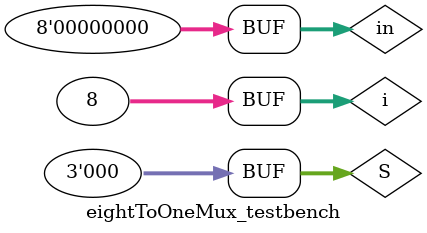
<source format=sv>
module eightToOneMux(S, in, out);
	input logic [2:0] S;
	input logic [7:0] in;
	output logic out;
	
	
	FourToOneMux mux1(out1, S[1:0], in[3:0]);
	FourToOneMux mux2(out2, S[1:0], in[7:4]);
	
	logic [1:0] twoTo1MuxIn;
	assign twoTo1MuxIn[0] = out1;
	assign twoTo1MuxIn[1] = out2;
	
	TwoToOneMux mux3(out, S[2], twoTo1MuxIn);

endmodule

module eightToOneMux_testbench;
	logic out;
	logic [7:0] in;
	
	logic [2:0] S;
	
	integer i;
	initial begin
	S=3'b000;
	in=8'b00000000;
	for (i = 0; i < 8; i++) begin
		in[i] = 1; #800;
		in[i] = 0;
		S++;
	end
	end

	eightToOneMux dut (.S, .in, .out);


endmodule

</source>
